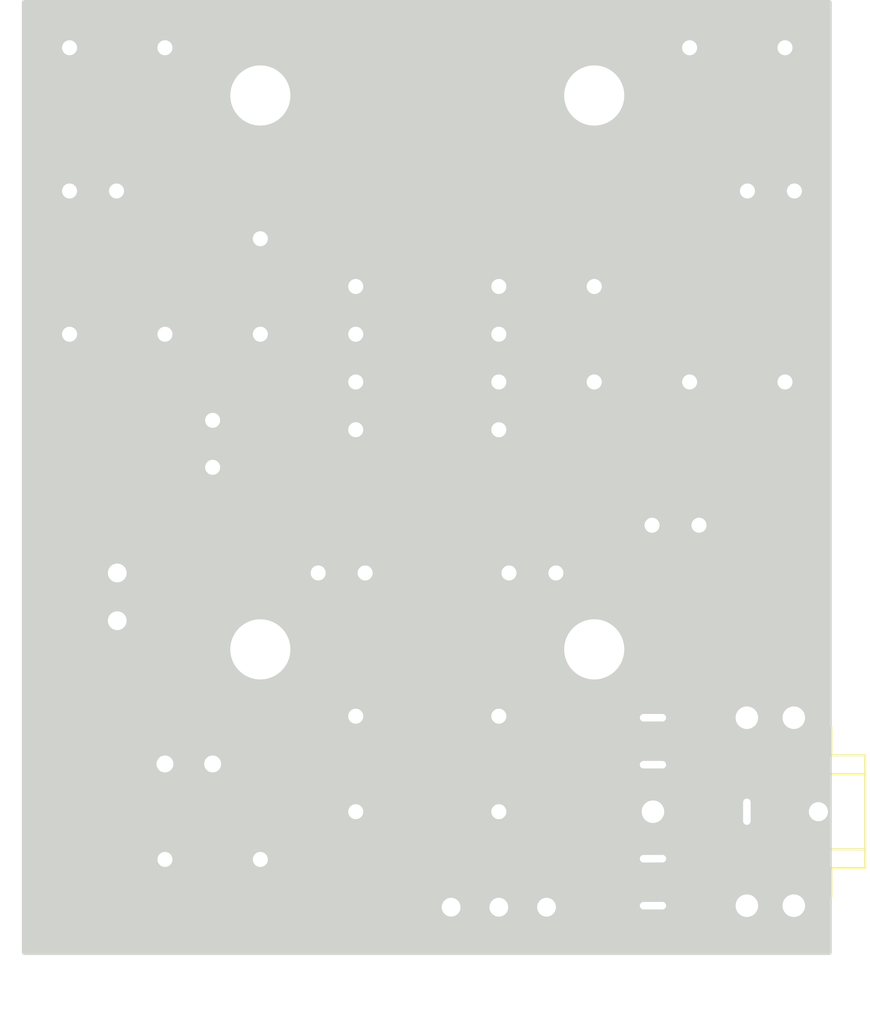
<source format=kicad_pcb>
(kicad_pcb (version 20221018) (generator pcbnew)

  (general
    (thickness 1.6)
  )

  (paper "A4")
  (layers
    (0 "F.Cu" signal)
    (31 "B.Cu" signal)
    (32 "B.Adhes" user "B.Adhesive")
    (33 "F.Adhes" user "F.Adhesive")
    (34 "B.Paste" user)
    (35 "F.Paste" user)
    (36 "B.SilkS" user "B.Silkscreen")
    (37 "F.SilkS" user "F.Silkscreen")
    (38 "B.Mask" user)
    (39 "F.Mask" user)
    (40 "Dwgs.User" user "User.Drawings")
    (41 "Cmts.User" user "User.Comments")
    (42 "Eco1.User" user "User.Eco1")
    (43 "Eco2.User" user "User.Eco2")
    (44 "Edge.Cuts" user)
    (45 "Margin" user)
    (46 "B.CrtYd" user "B.Courtyard")
    (47 "F.CrtYd" user "F.Courtyard")
    (48 "B.Fab" user)
    (49 "F.Fab" user)
    (50 "User.1" user)
    (51 "User.2" user)
    (52 "User.3" user)
    (53 "User.4" user)
    (54 "User.5" user)
    (55 "User.6" user)
    (56 "User.7" user)
    (57 "User.8" user)
    (58 "User.9" user)
  )

  (setup
    (stackup
      (layer "F.SilkS" (type "Top Silk Screen"))
      (layer "F.Paste" (type "Top Solder Paste"))
      (layer "F.Mask" (type "Top Solder Mask") (thickness 0.01))
      (layer "F.Cu" (type "copper") (thickness 0.035))
      (layer "dielectric 1" (type "core") (thickness 1.51) (material "FR4") (epsilon_r 4.5) (loss_tangent 0.02))
      (layer "B.Cu" (type "copper") (thickness 0.035))
      (layer "B.Mask" (type "Bottom Solder Mask") (thickness 0.01))
      (layer "B.Paste" (type "Bottom Solder Paste"))
      (layer "B.SilkS" (type "Bottom Silk Screen"))
      (copper_finish "None")
      (dielectric_constraints no)
    )
    (pad_to_mask_clearance 0)
    (pcbplotparams
      (layerselection 0x00010fc_ffffffff)
      (plot_on_all_layers_selection 0x0000000_00000000)
      (disableapertmacros false)
      (usegerberextensions false)
      (usegerberattributes true)
      (usegerberadvancedattributes true)
      (creategerberjobfile true)
      (dashed_line_dash_ratio 12.000000)
      (dashed_line_gap_ratio 3.000000)
      (svgprecision 4)
      (plotframeref false)
      (viasonmask false)
      (mode 1)
      (useauxorigin false)
      (hpglpennumber 1)
      (hpglpenspeed 20)
      (hpglpendiameter 15.000000)
      (dxfpolygonmode true)
      (dxfimperialunits true)
      (dxfusepcbnewfont true)
      (psnegative false)
      (psa4output false)
      (plotreference true)
      (plotvalue true)
      (plotinvisibletext false)
      (sketchpadsonfab false)
      (subtractmaskfromsilk false)
      (outputformat 1)
      (mirror false)
      (drillshape 1)
      (scaleselection 1)
      (outputdirectory "")
    )
  )

  (net 0 "")
  (net 1 "Net-(C1-Pad1)")
  (net 2 "Net-(C1-Pad2)")
  (net 3 "Net-(C2-Pad1)")
  (net 4 "Net-(C2-Pad2)")
  (net 5 "Net-(J1-Pin_2)")
  (net 6 "Net-(J1-Pin_6)")
  (net 7 "+BATT")
  (net 8 "-BATT")
  (net 9 "Net-(J1-Pin_1)")
  (net 10 "Net-(J1-Pin_7)")
  (net 11 "Net-(D1-A)")
  (net 12 "Virtual_Ground")
  (net 13 "Net-(C3-Pad1)")
  (net 14 "Net-(C4-Pad1)")
  (net 15 "Net-(J4-Pin_2)")
  (net 16 "Net-(J4-Pin_3)")

  (footprint "Capacitor_THT:CP_Radial_D5.0mm_P2.50mm" (layer "F.Cu") (at 154.94 106.14 90))

  (footprint "Capacitor_THT:CP_Radial_D5.0mm_P2.50mm" (layer "F.Cu") (at 147.32 91.44))

  (footprint "MountingHole:MountingHole_3.2mm_M3" (layer "F.Cu") (at 175.26 115.824))

  (footprint "Resistor_THT:R_Box_L8.4mm_W2.5mm_P5.08mm" (layer "F.Cu") (at 175.26 101.6 90))

  (footprint "Capacitor_THT:CP_Radial_D5.0mm_P2.50mm" (layer "F.Cu") (at 160.56 111.76))

  (footprint "Capacitor_THT:CP_Radial_D5.0mm_P2.50mm" (layer "F.Cu") (at 178.34 109.22))

  (footprint "MountingHole:MountingHole_3.2mm_M3" (layer "F.Cu") (at 157.48 115.824))

  (footprint "Capacitor_THT:CP_Radial_D5.0mm_P2.50mm" (layer "F.Cu") (at 170.72 111.76))

  (footprint "Resistor_THT:R_Box_L8.4mm_W2.5mm_P5.08mm" (layer "F.Cu") (at 157.48 93.98 -90))

  (footprint "Resistor_THT:R_Box_L8.4mm_W2.5mm_P5.08mm" (layer "F.Cu") (at 170.18 119.38 -90))

  (footprint "MountingHole:MountingHole_3.2mm_M3" (layer "F.Cu") (at 157.48 86.36))

  (footprint "Connector_PinHeader_2.54mm:PinHeader_1x03_P2.54mm_Vertical" (layer "F.Cu") (at 167.64 129.54 90))

  (footprint "Inductor_THT:L_Axial_L7.0mm_D3.3mm_P5.08mm_Vertical_Fastron_MICC" (layer "F.Cu") (at 185.42 83.82 180))

  (footprint "Package_DIP:DIP-8_W7.62mm_Socket" (layer "F.Cu") (at 162.56 96.52))

  (footprint "Inductor_THT:L_Axial_L7.0mm_D3.3mm_P5.08mm_Vertical_Fastron_MICC" (layer "F.Cu") (at 147.32 83.82))

  (footprint "Resistor_THT:R_Box_L8.4mm_W2.5mm_P5.08mm" (layer "F.Cu") (at 162.56 124.46 90))

  (footprint "Resistor_THT:R_Box_L8.4mm_W2.5mm_P5.08mm" (layer "F.Cu") (at 180.34 101.6))

  (footprint "Resistor_THT:R_Box_L8.4mm_W2.5mm_P5.08mm" (layer "F.Cu") (at 152.4 127))

  (footprint "Capacitor_THT:CP_Radial_D5.0mm_P2.50mm" (layer "F.Cu") (at 183.42 91.44))

  (footprint "Connector_Audio:Jack_3.5mm_CUI_SJ1-3525N_Horizontal" (layer "F.Cu") (at 183.388 124.46 90))

  (footprint "Resistor_THT:R_Box_L8.4mm_W2.5mm_P5.08mm" (layer "F.Cu") (at 152.4 99.06 180))

  (footprint "Connector_PinHeader_2.54mm:PinHeader_1x02_P2.54mm_Vertical" (layer "F.Cu") (at 149.86 111.76))

  (footprint "MountingHole:MountingHole_3.2mm_M3" (layer "F.Cu") (at 175.26 86.36))

  (footprint "LED_THT:LED_D4.0mm" (layer "F.Cu") (at 152.4 121.92))

  (segment (start 147.32 99.06) (end 147.32 91.44) (width 0.25) (layer "F.Cu") (net 1) (tstamp dca2276a-22fe-4a3d-aac2-338966fa2bd6))
  (segment (start 147.32 83.82) (end 147.32 86.36) (width 0.25) (layer "F.Cu") (net 2) (tstamp 10f9a55e-36da-4128-b7a6-238384a8aaf5))
  (segment (start 149.86 90.9) (end 149.32 91.44) (width 0.25) (layer "F.Cu") (net 2) (tstamp 5ab5e01b-685c-4149-bb95-40b9ad34005f))
  (segment (start 149.86 88.9) (end 149.86 90.9) (width 0.25) (layer "F.Cu") (net 2) (tstamp e9abb829-eaf0-45ca-abaf-3ea4fddde9d4))
  (segment (start 147.32 86.36) (end 149.86 88.9) (width 0.25) (layer "F.Cu") (net 2) (tstamp f20d5206-978a-4a78-8b85-c89eb6279139))
  (segment (start 183.42 91.44) (end 183.42 99.6) (width 0.25) (layer "F.Cu") (net 3) (tstamp 0cb5912c-f5ba-464f-a335-54a78f883d70))
  (segment (start 183.42 99.6) (end 185.42 101.6) (width 0.25) (layer "F.Cu") (net 3) (tstamp 297a9fbb-dafc-4a4e-96d6-d1a2028cc580))
  (segment (start 185.42 86.614) (end 185.42 83.82) (width 0.25) (layer "F.Cu") (net 4) (tstamp 0f3e5d7f-f489-46d3-ac94-1758b7d57e2d))
  (segment (start 185.42 91.44) (end 185.92 90.94) (width 0.25) (layer "F.Cu") (net 4) (tstamp 731c53e0-d9a6-49f1-86eb-31f320f16a4b))
  (segment (start 185.92 87.114) (end 185.42 86.614) (width 0.25) (layer "F.Cu") (net 4) (tstamp c93c6ee9-9c7c-47f5-81ea-ed81e879bfa0))
  (segment (start 185.92 90.94) (end 185.92 87.114) (width 0.25) (layer "F.Cu") (net 4) (tstamp e06d54ef-5ac7-4354-8578-adc6680adf87))
  (segment (start 154.94 99.06) (end 154.94 104.14) (width 0.25) (layer "F.Cu") (net 5) (tstamp 426ffb2d-d07e-49a4-a353-d80a43f55363))
  (segment (start 157.48 99.06) (end 154.94 99.06) (width 0.25) (layer "F.Cu") (net 5) (tstamp 7a9c2f7d-e337-4b09-a275-eff84518d0d9))
  (segment (start 154.94 99.06) (end 152.4 99.06) (width 0.25) (layer "F.Cu") (net 5) (tstamp 9438a2fc-9bdd-47ee-bdc8-30a187b81ec5))
  (segment (start 162.56 99.06) (end 157.48 99.06) (width 0.25) (layer "F.Cu") (net 5) (tstamp fa81628e-b528-4c63-90c2-870feb30d26f))
  (segment (start 180.848 104.902) (end 180.848 108.712) (width 0.25) (layer "F.Cu") (net 6) (tstamp 57bb5158-4abd-462f-a015-cfb2ecd42ad6))
  (segment (start 180.848 108.712) (end 180.34 109.22) (width 0.25) (layer "F.Cu") (net 6) (tstamp 880d14cd-90fd-4fd9-92a6-7dbc046ce87b))
  (segment (start 180.34 101.6) (end 175.26 101.6) (width 0.25) (layer "F.Cu") (net 6) (tstamp a0ff3788-a4e0-4895-b1d5-a2e0a07490c9))
  (segment (start 175.26 101.6) (end 170.18 101.6) (width 0.25) (layer "F.Cu") (net 6) (tstamp a318c569-fd62-4452-8d03-4d937783668a))
  (segment (start 180.34 101.6) (end 180.34 104.394) (width 0.25) (layer "F.Cu") (net 6) (tstamp cb387453-37b0-4a23-b989-c555f451682a))
  (segment (start 180.34 104.394) (end 180.848 104.902) (width 0.25) (layer "F.Cu") (net 6) (tstamp eb67acaf-a668-44a2-b503-89c5dfcfdbcf))
  (segment (start 160.56 111.76) (end 160.56 117.38) (width 0.25) (layer "B.Cu") (net 7) (tstamp 191f83fc-5f25-4384-aed5-ad921b2a4bb5))
  (segment (start 160.56 111.76) (end 149.86 111.76) (width 0.25) (layer "B.Cu") (net 7) (tstamp 28bd7c7d-b75c-4b02-b330-511342b613dc))
  (segment (start 162.56 104.14) (end 162.56 109.76) (width 0.25) (layer "B.Cu") (net 7) (tstamp 33ac87f8-1365-4f79-8786-0826fb55cd32))
  (segment (start 162.56 109.76) (end 160.56 111.76) (width 0.25) (layer "B.Cu") (net 7) (tstamp 84190047-d03f-4eb7-896e-89ac1ce01738))
  (segment (start 160.56 117.38) (end 162.56 119.38) (width 0.25) (layer "B.Cu") (net 7) (tstamp 874c4e56-cfa5-4ce1-9c51-9ee940da0d39))
  (segment (start 161.29 121.92) (end 163.83 121.92) (width 0.25) (layer "F.Cu") (net 8) (tstamp 0786ed1f-b70d-4966-9f14-91f8850a6b46))
  (segment (start 158.242 118.872) (end 161.29 121.92) (width 0.25) (layer "F.Cu") (net 8) (tstamp 5340a323-75cf-4747-adec-0959d6de449b))
  (segment (start 149.86 116.332) (end 152.4 118.872) (width 0.25) (layer "F.Cu") (net 8) (tstamp 6537ff7b-2182-4b3a-a673-15a22451e1b6))
  (segment (start 163.83 121.92) (end 166.37 119.38) (width 0.25) (layer "F.Cu") (net 8) (tstamp 7287ca86-90ff-40a6-9698-d3e1283c22ed))
  (segment (start 152.4 121.92) (end 152.4 118.872) (width 0.25) (layer "F.Cu") (net 8) (tstamp 80d665c4-d6bd-47f1-9980-462545b31037))
  (segment (start 166.37 119.38) (end 170.18 119.38) (width 0.25) (layer "F.Cu") (net 8) (tstamp adeacccb-8bd1-4418-be51-fdc33d52ded5))
  (segment (start 149.86 114.3) (end 149.86 116.332) (width 0.25) (layer "F.Cu") (net 8) (tstamp b2e2547d-25d5-45ea-8b8d-db2ee51a9ff5))
  (segment (start 152.4 118.872) (end 158.242 118.872) (width 0.25) (layer "F.Cu") (net 8) (tstamp c9d5aa29-fd44-4dcd-acc1-917713e3f76a))
  (segment (start 171.704 115.316) (end 171.704 117.856) (width 0.25) (layer "B.Cu") (net 8) (tstamp 3afcd4fa-6717-4807-89f4-c1c9f2c21313))
  (segment (start 173.228 99.568) (end 173.228 113.792) (width 0.25) (layer "B.Cu") (net 8) (tstamp 64b7ff7d-f452-4834-ab9e-68311ead6cbc))
  (segment (start 171.704 117.856) (end 170.18 119.38) (width 0.25) (layer "B.Cu") (net 8) (tstamp 897c65b9-76af-48b4-b72e-9f1c42919868))
  (segment (start 170.18 96.52) (end 173.228 99.568) (width 0.25) (layer "B.Cu") (net 8) (tstamp 90684840-8130-4603-88c9-e5b1cec44678))
  (segment (start 173.228 113.792) (end 171.704 115.316) (width 0.25) (layer "B.Cu") (net 8) (tstamp ac863346-adef-4145-aa93-29ac562fc50b))
  (segment (start 162.56 96.52) (end 159.258 96.52) (width 0.25) (layer "F.Cu") (net 9) (tstamp 222c5eff-5721-4961-86b7-590fa24e1fe2))
  (segment (start 157.48 94.742) (end 157.48 93.98) (width 0.25) (layer "F.Cu") (net 9) (tstamp 31a7d1
... [418840 chars truncated]
</source>
